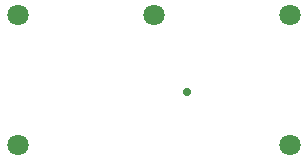
<source format=gbs>
G04*
G04 #@! TF.GenerationSoftware,Altium Limited,Altium Designer,20.1.12 (249)*
G04*
G04 Layer_Color=16711935*
%FSLAX44Y44*%
%MOMM*%
G71*
G04*
G04 #@! TF.SameCoordinates,1844C3CC-A0EC-40E1-9444-F8D5987F7045*
G04*
G04*
G04 #@! TF.FilePolarity,Negative*
G04*
G01*
G75*
%ADD22C,1.8032*%
%ADD23C,0.7016*%
D22*
X15000Y130000D02*
D03*
Y20000D02*
D03*
X245000D02*
D03*
Y130000D02*
D03*
X130000D02*
D03*
D23*
X157750Y64250D02*
D03*
M02*

</source>
